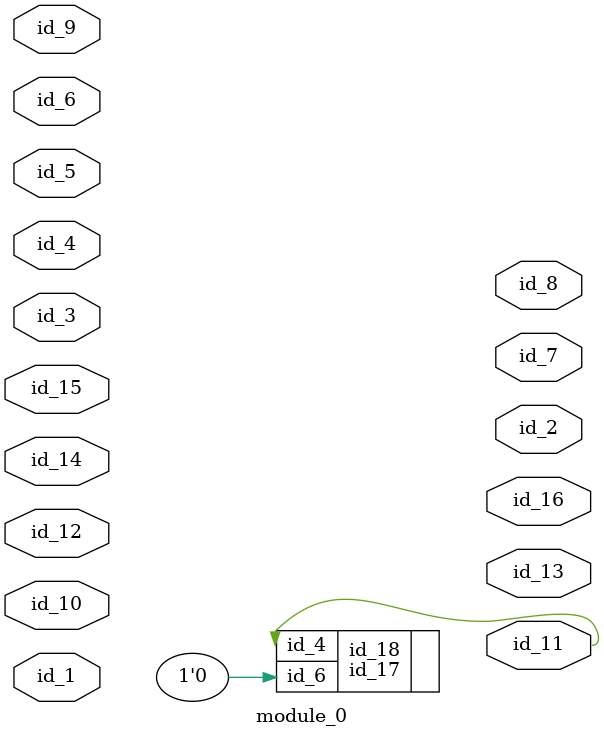
<source format=v>
module module_0 (
    id_1,
    id_2,
    id_3,
    id_4,
    id_5,
    id_6,
    id_7,
    id_8,
    id_9,
    id_10,
    id_11,
    id_12,
    id_13,
    id_14,
    id_15,
    id_16
);
  output id_16;
  input id_15;
  input id_14;
  output id_13;
  input id_12;
  output id_11;
  input id_10;
  input id_9;
  output id_8;
  output id_7;
  input id_6;
  input id_5;
  input id_4;
  input id_3;
  output id_2;
  input id_1;
  id_17 id_18 (
      .id_6(1'h0),
      .id_4(id_11)
  );
endmodule

</source>
